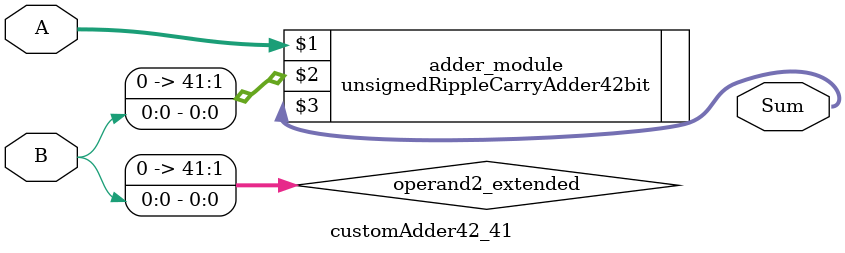
<source format=v>
module customAdder42_41(
                        input [41 : 0] A,
                        input [0 : 0] B,
                        
                        output [42 : 0] Sum
                );

        wire [41 : 0] operand2_extended;
        
        assign operand2_extended =  {41'b0, B};
        
        unsignedRippleCarryAdder42bit adder_module(
            A,
            operand2_extended,
            Sum
        );
        
        endmodule
        
</source>
